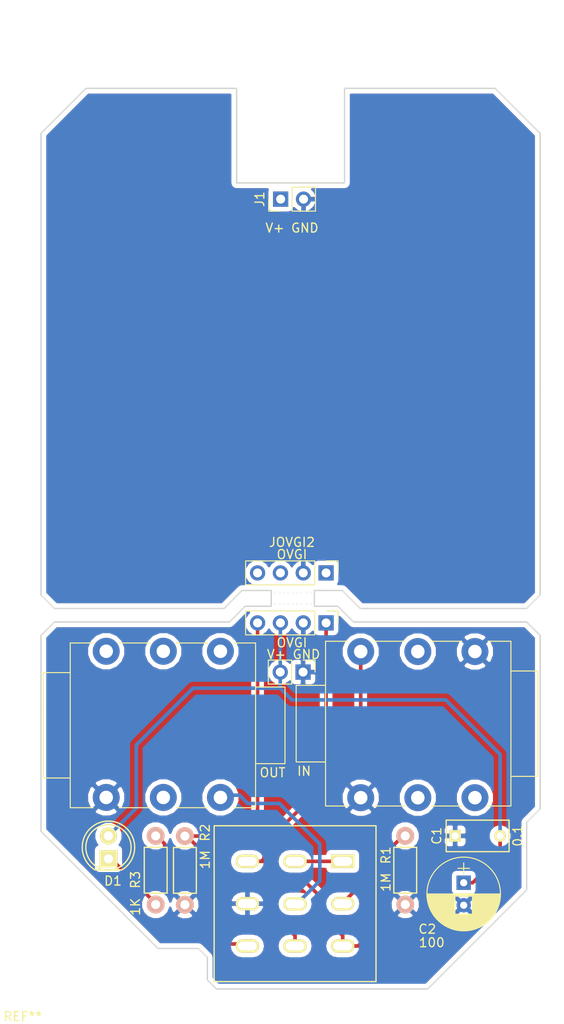
<source format=kicad_pcb>
(kicad_pcb (version 20211014) (generator pcbnew)
  (layers (0 "F.Cu" signal) (31 "B.Cu" signal) (34 "B.Paste" user) (35 "F.Paste" user) (36 "B.SilkS" user "B.Silkscreen") (37 "F.SilkS" user "F.Silkscreen") (38 "B.Mask" user) (39 "F.Mask" user) (44 "Edge.Cuts" user))
  (net 0 "")
  (net 1 "GND")
  (net 2 "+9V")
  (net 3 "Net-(D1-Pad1)")
  (net 4 "Net-(J2-Pad2)")
  (net 5 "Net-(J3-Pad2)")
  (net 6 "Net-(R3-Pad2)")
  (net 7 "Net-(SW1-Pad1)")
  (net 8 "/O")
  (net 9 "/I")
  (footprint "KiCad Lib:3PDT-Footswitch" (layer "F.Cu") (at 143.25 142.525 180)
    (fp_text reference "SW1" hide)
    (fp_text value "SW_3PDT" hide)
    (fp_line (start -9 -8.65) (end 9 -8.65) (layer "F.SilkS") (width 0.15))
    (fp_line (start 9 -8.65) (end 9 8.65) (layer "F.SilkS") (width 0.15))
    (fp_line (start 9 8.65) (end -8.9 8.65) (layer "F.SilkS") (width 0.15))
    (fp_line (start -9 -8.65) (end -9 8.65) (layer "F.SilkS") (width 0.15))
    (pad "1" thru_hole rect locked (at -5.3 4.7 180) (size 2.6 1.5) (drill oval 2.1 1) (layers *.Cu *.Mask "F.SilkS") (net 7 "Net-(SW1-Pad1)"))
    (pad "2" thru_hole oval locked (at 0 4.7 180) (size 2.6 1.5) (drill oval 2.1 1) (layers *.Cu *.Mask "F.SilkS") (net 7 "Net-(SW1-Pad1)"))
    (pad "3" thru_hole oval locked (at 5.3 4.7 180) (size 2.6 1.5) (drill oval 2.1 1) (layers *.Cu *.Mask "F.SilkS") (net 9 "/I"))
    (pad "4" thru_hole oval locked (at -5.3 0 180) (size 2.6 1.5) (drill oval 2.1 1) (layers *.Cu *.Mask "F.SilkS") (net 4 "Net-(J2-Pad2)"))
    (pad "5" thru_hole oval locked (at 0 -0.025 180) (size 2.6 1.5) (drill oval 2.1 1) (layers *.Cu *.Mask "F.SilkS") (net 5 "Net-(J3-Pad2)"))
    (pad "6" thru_hole oval locked (at 5.3 0 180) (size 2.6 1.5) (drill oval 2.1 1) (layers *.Cu *.Mask "F.SilkS") (net 1 "GND"))
    (pad "7" thru_hole oval locked (at -5.3 -4.7 180) (size 2.6 1.5) (drill oval 2.1 1) (layers *.Cu *.Mask "F.SilkS") (net 9 "/I"))
    (pad "8" thru_hole oval locked (at 0 -4.7 180) (size 2.6 1.5) (drill oval 2.1 1) (layers *.Cu *.Mask "F.SilkS") (net 8 "/O"))
    (pad "9" thru_hole oval locked (at 5.3 -4.7 180) (size 2.6 1.5) (drill oval 2.1 1) (layers *.Cu *.Mask "F.SilkS") (net 6 "Net-(R3-Pad2)"))
  )
  (footprint "Connectors:NMJ6HCD2" (layer "F.Cu") (at 122.25 130.73 90)
    (fp_text reference "J3" hide)
    (fp_text value "OUT" (at 2.75 18.5) (layer "F.SilkS"))
    (fp_line (start -1.14 16.61) (end 17.15 16.61) (layer "F.SilkS") (width 0.12))
    (fp_line (start 17.15 7.81) (end 17.15 11.24) (layer "F.SilkS") (width 0.12))
    (fp_line (start 12.26 16.64) (end 12.26 19.86) (layer "F.SilkS") (width 0.12))
    (fp_line (start -1.14 11.24) (end -1.14 7.81) (layer "F.SilkS") (width 0.12))
    (fp_line (start -1.14 -1.45) (end -1.14 -4) (layer "F.SilkS") (width 0.12))
    (fp_line (start 3.75 19.88) (end 12.23 19.88) (layer "F.SilkS") (width 0.12))
    (fp_line (start -1.14 16.61) (end -1.14 14.16) (layer "F.SilkS") (width 0.12))
    (fp_line (start 17.15 -4) (end 17.15 -1.45) (layer "F.SilkS") (width 0.12))
    (fp_line (start 17.15 1.46) (end 17.15 4.89) (layer "F.SilkS") (width 0.12))
    (fp_line (start 3.75 16.64) (end 3.75 19.86) (layer "F.SilkS") (width 0.12))
    (fp_line (start -1.14 4.89) (end -1.14 1.46) (layer "F.SilkS") (width 0.12))
    (fp_line (start 2.16 -7) (end 2.16 -4) (layer "F.SilkS") (width 0.12))
    (fp_line (start 17.15 16.61) (end 17.15 14.16) (layer "F.SilkS") (width 0.12))
    (fp_line (start 2.16 -7) (end 13.86 -7) (layer "F.SilkS") (width 0.12))
    (fp_line (start -1.14 -4) (end 17.15 -4) (layer "F.SilkS") (width 0.12))
    (fp_line (start 13.86 -7) (end 13.86 -4) (layer "F.SilkS") (width 0.12))
    (pad "1" thru_hole circle locked (at 0 0 90) (size 3 3) (drill 1.5) (layers *.Cu *.Mask) (net 1 "GND"))
    (pad "2" thru_hole circle locked (at 0 12.7 90) (size 3 3) (drill 1.5) (layers *.Cu *.Mask) (net 5 "Net-(J3-Pad2)"))
    (pad "3" thru_hole circle locked (at 0 6.35 90) (size 3 3) (drill 1.5) (layers *.Cu *.Mask))
    (pad "4" thru_hole circle locked (at 16.23 0 90) (size 3 3) (drill 1.5) (layers *.Cu *.Mask))
    (pad "5" thru_hole circle locked (at 16.23 12.7 90) (size 3 3) (drill 1.5) (layers *.Cu *.Mask))
    (pad "6" thru_hole circle locked (at 16.23 6.35 90) (size 3 3) (drill 1.5) (layers *.Cu *.Mask))
  )
  (footprint "Pin_Headers:Pin_Header_Straight_1x02_Pitch2.54mm" (layer "F.Cu") (at 141.65 64.3 90)
    (fp_text reference "J1" (at 0 -2.33 90) (layer "F.SilkS"))
    (fp_text value "V+ GND" (at -3.2 1.26 180) (layer "F.SilkS"))
    (fp_line (start 1.33 1.27) (end 1.33 3.87) (layer "F.SilkS") (width 0.12))
    (fp_line (start -1.33 -1.33) (end 0 -1.33) (layer "F.SilkS") (width 0.12))
    (fp_line (start -1.33 1.27) (end 1.33 1.27) (layer "F.SilkS") (width 0.12))
    (fp_line (start -1.33 1.27) (end -1.33 3.87) (layer "F.SilkS") (width 0.12))
    (fp_line (start -1.33 0) (end -1.33 -1.33) (layer "F.SilkS") (width 0.12))
    (fp_line (start -1.33 3.87) (end 1.33 3.87) (layer "F.SilkS") (width 0.12))
    (pad "1" thru_hole rect locked (at 0 0 90) (size 1.7 1.7) (drill 1) (layers *.Cu *.Mask) (net 2 "+9V"))
    (pad "2" thru_hole oval locked (at 0 2.54 90) (size 1.7 1.7) (drill 1) (layers *.Cu *.Mask) (net 1 "GND"))
  )
  (footprint "Pin_Headers:Pin_Header_Straight_1x04_Pitch2.54mm" (layer "F.Cu") (at 146.7 111.35 -90)
    (fp_text reference "JOVGI1" hide)
    (fp_text value "OVGI" (at 2.2 3.8) (layer "F.SilkS"))
    (fp_line (start -1.33 -1.33) (end 0 -1.33) (layer "F.SilkS") (width 0.12))
    (fp_line (start -1.33 1.27) (end -1.33 8.95) (layer "F.SilkS") (width 0.12))
    (fp_line (start 1.33 1.27) (end 1.33 8.95) (layer "F.SilkS") (width 0.12))
    (fp_line (start -1.33 0) (end -1.33 -1.33) (layer "F.SilkS") (width 0.12))
    (fp_line (start -1.33 8.95) (end 1.33 8.95) (layer "F.SilkS") (width 0.12))
    (fp_line (start -1.33 1.27) (end 1.33 1.27) (layer "F.SilkS") (width 0.12))
    (pad "1" thru_hole rect locked (at 0 0 270) (size 1.7 1.7) (drill 1) (layers *.Cu *.Mask) (net 9 "/I"))
    (pad "2" thru_hole oval locked (at 0 2.54 270) (size 1.7 1.7) (drill 1) (layers *.Cu *.Mask) (net 1 "GND"))
    (pad "3" thru_hole oval locked (at 0 5.08 270) (size 1.7 1.7) (drill 1) (layers *.Cu *.Mask) (net 2 "+9V"))
    (pad "4" thru_hole oval locked (at 0 7.62 270) (size 1.7 1.7) (drill 1) (layers *.Cu *.Mask) (net 8 "/O"))
  )
  (footprint "Pin_Headers:Pin_Header_Straight_1x04_Pitch2.54mm" (layer "F.Cu") (at 146.7 105.8 -90)
    (fp_text reference "JOVGI2" (at -3.4 3.8) (layer "F.SilkS"))
    (fp_text value "OVGI" (at -2.05 3.8) (layer "F.SilkS"))
    (fp_line (start 1.33 1.27) (end 1.33 8.95) (layer "F.SilkS") (width 0.12))
    (fp_line (start -1.33 8.95) (end 1.33 8.95) (layer "F.SilkS") (width 0.12))
    (fp_line (start -1.33 -1.33) (end 0 -1.33) (layer "F.SilkS") (width 0.12))
    (fp_line (start -1.33 0) (end -1.33 -1.33) (layer "F.SilkS") (width 0.12))
    (fp_line (start -1.33 1.27) (end 1.33 1.27) (layer "F.SilkS") (width 0.12))
    (fp_line (start -1.33 1.27) (end -1.33 8.95) (layer "F.SilkS") (width 0.12))
    (pad "1" thru_hole rect locked (at 0 0 270) (size 1.7 1.7) (drill 1) (layers *.Cu *.Mask) (net 9 "/I"))
    (pad "2" thru_hole oval locked (at 0 2.54 270) (size 1.7 1.7) (drill 1) (layers *.Cu *.Mask) (net 1 "GND"))
    (pad "3" thru_hole oval locked (at 0 5.08 270) (size 1.7 1.7) (drill 1) (layers *.Cu *.Mask) (net 2 "+9V"))
    (pad "4" thru_hole oval locked (at 0 7.62 270) (size 1.7 1.7) (drill 1) (layers *.Cu *.Mask) (net 8 "/O"))
  )
  (footprint "Capacitors_THT:CP_Radial_D8.0mm_P2.50mm" (layer "F.Cu") (at 162 140.2 -90)
    (fp_text reference "C2" (at 5.15 4.05) (layer "F.SilkS"))
    (fp_text value "100" (at 6.65 3.55) (layer "F.SilkS"))
    (fp_line (start 1.57 -4.038) (end 1.57 -0.98) (layer "F.SilkS") (width 0.12))
    (fp_line (start 2.691 0.98) (end 2.691 3.789) (layer "F.SilkS") (width 0.12))
    (fp_line (start 2.051 -3.971) (end 2.051 -0.98) (layer "F.SilkS") (width 0.12))
    (fp_line (start 4.411 -2.557) (end 4.411 2.557) (layer "F.SilkS") (width 0.12))
    (fp_line (start 2.091 0.98) (end 2.091 3.963) (layer "F.SilkS") (width 0.12))
    (fp_line (start 1.971 -3.987) (end 1.971 -0.98) (layer "F.SilkS") (width 0.12))
    (fp_line (start 3.171 0.98) (end 3.171 3.572) (layer "F.SilkS") (width 0.12))
    (fp_line (start 3.131 0.98) (end 3.131 3.593) (layer "F.SilkS") (width 0.12))
    (fp_line (start 3.291 0.98) (end 3.291 3.505) (layer "F.SilkS") (width 0.12))
    (fp_line (start 5.171 -1.127) (end 5.171 1.127) (layer "F.SilkS") (width 0.12))
    (fp_line (start 3.611 -3.301) (end 3.611 3.301) (layer "F.SilkS") (width 0.12))
    (fp_line (start -1.6 -0.65) (end -1.6 0.65) (layer "F.SilkS") (width 0.12))
    (fp_line (start 2.571 0.98) (end 2.571 3.832) (layer "F.SilkS") (width 0.12))
    (fp_line (start 4.491 -2.457) (end 4.491 2.457) (layer "F.SilkS") (width 0.12))
    (fp_line (start 2.171 -3.946) (end 2.171 -0.98) (layer "F.SilkS") (width 0.12))
    (fp_line (start 4.691 -2.173) (end 4.691 2.173) (layer "F.SilkS") (width 0.12))
    (fp_line (start 4.971 -1.66) (end 4.971 1.66) (layer "F.SilkS") (width 0.12))
    (fp_line (start 2.491 -3.858) (end 2.491 -0.98) (layer "F.SilkS") (width 0.12))
    (fp_line (start 2.411 0.98) (end 2.411 3.883) (layer "F.SilkS") (width 0.12))
    (fp_line (start 3.251 -3.528) (end 3.251 -0.98) (layer "F.SilkS") (width 0.12))
    (fp_line (start 4.011 -2.979) (end 4.011 2.979) (layer "F.SilkS") (width 0.12))
    (fp_line (start 1.41 -4.047) (end 1.41 4.047) (layer "F.SilkS") (width 0.12))
    (fp_line (start 3.451 0.98) (end 3.451 3.408) (layer "F.SilkS") (width 0.12))
    (fp_line (start 1.25 -4.05) (end 1.25 4.05) (layer "F.SilkS") (width 0.12))
    (fp_line (start 2.011 -3.979) (end 2.011 -0.98) (layer "F.SilkS") (width 0.12))
    (fp_line (start 4.171 -2.824) (end 4.171 2.824) (layer "F.SilkS") (width 0.12))
    (fp_line (start 2.731 0.98) (end 2.731 3.773) (layer "F.SilkS") (width 0.12))
    (fp_line (start 2.931 -3.69) (end 2.931 -0.98) (layer "F.SilkS") (width 0.12))
    (fp_line (start 1.65 -4.031) (end 1.65 -0.98) (layer "F.SilkS") (width 0.12))
    (fp_line (start 4.331 -2.652) (end 4.331 2.652) (layer "F.SilkS") (width 0.12))
    (fp_line (start 1.73 -4.022) (end 1.73 -0.98) (layer "F.SilkS") (width 0.12))
    (fp_line (start 3.091 0.98) (end 3.091 3.613) (layer "F.SilkS") (width 0.12))
    (fp_line (start 1.85 0.98) (end 1.85 4.006) (layer "F.SilkS") (width 0.12))
    (fp_line (start 4.891 -1.826) (end 4.891 1.826) (layer "F.SilkS") (width 0.12))
    (fp_line (start 3.011 0.98) (end 3.011 3.652) (layer "F.SilkS") (width 0.12))
    (fp_line (start 3.291 -3.505) (end 3.291 -0.98) (layer "F.SilkS") (width 0.12))
    (fp_line (start 2.411 -3.883) (end 2.411 -0.98) (layer "F.SilkS") (width 0.12))
    (fp_line (start 2.931 0.98) (end 2.931 3.69) (layer "F.SilkS") (width 0.12))
    (fp_line (start 3.091 -3.613) (end 3.091 -0.98) (layer "F.SilkS") (width 0.12))
    (fp_line (start 4.131 -2.865) (end 4.131 2.865) (layer "F.SilkS") (width 0.12))
    (fp_line (start 3.331 0.98) (end 3.331 3.482) (layer "F.SilkS") (width 0.12))
    (fp_line (start 4.211 -2.783) (end 4.211 2.783) (layer "F.SilkS") (width 0.12))
    (fp_line (start 1.65 0.98) (end 1.65 4.031) (layer "F.SilkS") (width 0.12))
    (fp_line (start 5.251 -0.814) (end 5.251 0.814) (layer "F.SilkS") (width 0.12))
    (fp_line (start 5.131 -1.254) (end 5.131 1.254) (layer "F.SilkS") (width 0.12))
    (fp_line (start 4.451 -2.508) (end 4.451 2.508) (layer "F.SilkS") (width 0.12))
    (fp_line (start 2.611 0.98) (end 2.611 3.818) (layer "F.SilkS") (width 0.12))
    (fp_line (start 2.331 0.98) (end 2.331 3.905) (layer "F.SilkS") (width 0.12))
    (fp_line (start 4.771 -2.043) (end 4.771 2.043) (layer "F.SilkS") (width 0.12))
    (fp_line (start 1.37 -4.049) (end 1.37 4.049) (layer "F.SilkS") (width 0.12))
    (fp_line (start 1.77 0.98) (end 1.77 4.017) (layer "F.SilkS") (width 0.12))
    (fp_line (start 3.211 -3.55) (end 3.211 -0.98) (layer "F.SilkS") (width 0.12))
    (fp_line (start 2.131 -3.955) (end 2.131 -0.98) (layer "F.SilkS") (width 0.12))
    (fp_line (start 3.691 -3.243) (end 3.691 3.243) (layer "F.SilkS") (width 0.12))
    (fp_line (start 4.251 -2.74) (end 4.251 2.74) (layer "F.SilkS") (width 0.12))
    (fp_line (start 2.251 0.98) (end 2.251 3.926) (layer "F.SilkS") (width 0.12))
    (fp_line (start 4.651 -2.234) (end 4.651 2.234) (layer "F.SilkS") (width 0.12))
    (fp_line (start 3.531 -3.356) (end 3.531 3.356) (layer "F.SilkS") (width 0.12))
    (fp_line (start 1.971 0.98) (end 1.971 3.987) (layer "F.SilkS") (width 0.12))
    (fp_line (start 3.131 -3.593) (end 3.131 -0.98) (layer "F.SilkS") (width 0.12))
    (fp_line (start 1.89 -4) (end 1.89 -0.98) (layer "F.SilkS") (width 0.12))
    (fp_line (start 1.57 0.98) (end 1.57 4.038) (layer "F.SilkS") (width 0.12))
    (fp_line (start 1.33 -4.05) (end 1.33 4.05) (layer "F.SilkS") (width 0.12))
    (fp_line (start 1.49 -4.043) (end 1.49 4.043) (layer "F.SilkS") (width 0.12))
    (fp_line (start 3.371 0.98) (end 3.371 3.458) (layer "F.SilkS") (width 0.12))
    (fp_line (start 3.811 -3.15) (end 3.811 3.15) (layer "F.SilkS") (width 0.12))
    (fp_line (start 4.371 -2.605) (end 4.371 2.605) (layer "F.SilkS") (width 0.12))
    (fp_line (start 4.731 -2.109) (end 4.731 2.109) (layer "F.SilkS") (width 0.12))
    (fp_line (start 1.81 0.98) (end 1.81 4.012) (layer "F.SilkS") (width 0.12))
    (fp_line (start 2.051 0.98) (end 2.051 3.971) (layer "F.SilkS") (width 0.12))
    (fp_line (start 3.931 -3.05) (end 3.931 3.05) (layer "F.SilkS") (width 0.12))
    (fp_line (start 1.53 -4.041) (end 1.53 -0.98) (layer "F.SilkS") (width 0.12))
    (fp_line (start 2.851 0.98) (end 2.851 3.725) (layer "F.SilkS") (width 0.12))
    (fp_line (start 2.971 0.98) (end 2.971 3.671) (layer "F.SilkS") (width 0.12))
    (fp_line (start 3.011 -3.652) (end 3.011 -0.98) (layer "F.SilkS") (width 0.12))
    (fp_line (start 2.651 0.98) (end 2.651 3.803) (layer "F.SilkS") (width 0.12))
    (fp_line (start 4.531 -2.404) (end 4.531 2.404) (layer "F.SilkS") (width 0.12))
    (fp_line (start 1.93 -3.994) (end 1.93 -0.98) (layer "F.SilkS") (width 0.12))
    (fp_line (start 2.371 0.98) (end 2.371 3.894) (layer "F.SilkS") (width 0.12))
    (fp_line (start 4.611 -2.293) (end 4.611 2.293) (layer "F.SilkS") (width 0.12))
    (fp_line (start 1.73 0.98) (end 1.73 4.022) (layer "F.SilkS") (width 0.12))
    (fp_line (start 2.211 0.98) (end 2.211 3.936) (layer "F.SilkS") (width 0.12))
    (fp_line (start 2.531 0.98) (end 2.531 3.845) (layer "F.SilkS") (width 0.12))
    (fp_line (start 5.051 -1.473) (end 5.051 1.473) (layer "F.SilkS") (width 0.12))
    (fp_line (start 3.891 -3.084) (end 3.891 3.084) (layer "F.SilkS") (width 0.12))
    (fp_line (start 2.771 -3.758) (end 2.771 -0.98) (layer "F.SilkS") (width 0.12))
    (fp_line (start 4.091 -2.904) (end 4.091 2.904) (layer "F.SilkS") (width 0.12))
    (fp_line (start 2.291 -3.916) (end 2.291 -0.98) (layer "F.SilkS") (width 0.12))
    (fp_line (start 3.451 -3.408) (end 3.451 -0.98) (layer "F.SilkS") (width 0.12))
    (fp_line (start 3.211 0.98) (end 3.211 3.55) (layer "F.SilkS") (width 0.12))
    (fp_line (start 3.651 -3.272) (end 3.651 3.272) (layer "F.SilkS") (width 0.12))
    (fp_line (start 1.61 -4.035) (end 1.61 -0.98) (layer "F.SilkS") (width 0.12))
    (fp_line (start 5.291 -0.598) (end 5.291 0.598) (layer "F.SilkS") (width 0.12))
    (fp_line (start 2.491 0.98) (end 2.491 3.858) (layer "F.SilkS") (width 0.12))
    (fp_line (start 2.851 -3.725) (end 2.851 -0.98) (layer "F.SilkS") (width 0.12))
    (fp_line (start 3.571 -3.329) (end 3.571 3.329) (layer "F.SilkS") (width 0.12))
    (fp_line (start 1.29 -4.05) (end 1.29 4.05) (layer "F.SilkS") (width 0.12))
    (fp_line (start 3.851 -3.118) (end 3.851 3.118) (layer "F.SilkS") (width 0.12))
    (fp_line (start 3.731 -3.213) (end 3.731 3.213) (layer "F.SilkS") (width 0.12))
    (fp_line (start 2.891 0.98) (end 2.891 3.707) (layer "F.SilkS") (width 0.12))
    (fp_line (start 2.331 -3.905) (end 2.331 -0.98) (layer "F.SilkS") (width 0.12))
    (fp_line (start 2.291 0.98) (end 2.291 3.916) (layer "F.SilkS") (width 0.12))
    (fp_line (start 3.251 0.98) (end 3.251 3.528) (layer "F.SilkS") (width 0.12))
    (fp_line (start 5.331 -0.246) (end 5.331 0.246) (layer "F.SilkS") (width 0.12))
    (fp_line (start 2.611 -3.818) (end 2.611 -0.98) (layer "F.SilkS") (width 0.12))
    (fp_line (start 2.571 -3.832) (end 2.571 -0.98) (layer "F.SilkS") (width 0.12))
    (fp_line (start 5.011 -1.57) (end 5.011 1.57) (layer "F.SilkS") (width 0.12))
    (fp_line (start 2.531 -3.845) (end 2.531 -0.98) (layer "F.SilkS") (width 0.12))
    (fp_line (start 2.771 0.98) (end 2.771 3.758) (layer "F.SilkS") (width 0.12))
    (fp_line (start 3.411 -3.434) (end 3.411 -0.98) (layer "F.SilkS") (width 0.12))
    (fp_line (start 5.211 -0.983) (end 5.211 0.983) (layer "F.SilkS") (width 0.12))
    (fp_line (start 4.291 -2.697) (end 4.291 2.697) (layer "F.SilkS") (width 0.12))
    (fp_line (start 2.451 0.98) (end 2.451 3.87) (layer "F.SilkS") (width 0.12))
    (fp_line (start 5.091 -1.369) (end 5.091 1.369) (layer "F.SilkS") (width 0.12))
    (fp_line (start 4.931 -1.745) (end 4.931 1.745) (layer "F.SilkS") (width 0.12))
    (fp_line (start 1.77 -4.017) (end 1.77 -0.98) (layer "F.SilkS") (width 0.12))
    (fp_line (start 2.171 0.98) (end 2.171 3.946) (layer "F.SilkS") (width 0.12))
    (fp_line (start 1.45 -4.046) (end 1.45 4.046) (layer "F.SilkS") (width 0.12))
    (fp_line (start 3.491 -3.383) (end 3.491 3.383) (layer "F.SilkS") (width 0.12))
    (fp_line (start 3.051 0.98) (end 3.051 3.633) (layer "F.SilkS") (width 0.12))
    (fp_line (start 1.61 0.98) (end 1.61 4.035) (layer "F.SilkS") (width 0.12))
    (fp_line (start 2.131 0.98) (end 2.131 3.955) (layer "F.SilkS") (width 0.12))
    (fp_line (start 2.251 -3.926) (end 2.251 -0.98) (layer "F.SilkS") (width 0.12))
    (fp_line (start 2.451 -3.87) (end 2.451 -0.98) (layer "F.SilkS") (width 0.12))
    (fp_line (start -2.2 0) (end -1 0) (layer "F.SilkS") (width 0.12))
    (fp_line (start 2.211 -3.936) (end 2.211 -0.98) (layer "F.SilkS") (width 0.12))
    (fp_line (start 4.851 -1.902) (end 4.851 1.902) (layer "F.SilkS") (width 0.12))
    (fp_line (start 3.371 -3.458) (end 3.371 -0.98) (layer "F.SilkS") (width 0.12))
    (fp_line (start 1.89 0.98) (end 1.89 4) (layer "F.SilkS") (width 0.12))
    (fp_line (start 1.53 0.98) (end 1.53 4.041) (layer "F.SilkS") (width 0.12))
    (fp_line (start 3.171 -3.572) (end 3.171 -0.98) (layer "F.SilkS") (width 0.12))
    (fp_line (start 3.331 -3.482) (end 3.331 -0.98) (layer "F.SilkS") (width 0.12))
    (fp_line (start 2.091 -3.963) (end 2.091 -0.98) (layer "F.SilkS") (width 0.12))
    (fp_line (start 2.011 0.98) (end 2.011 3.979) (layer "F.SilkS") (width 0.12))
    (fp_line (start 1.85 -4.006) (end 1.85 -0.98) (layer "F.SilkS") (width 0.12))
    (fp_line (start 1.93 0.98) (end 1.93 3.994) (layer "F.SilkS") (width 0.12))
    (fp_line (start 4.051 -2.942) (end 4.051 2.942) (layer "F.SilkS") (width 0.12))
    (fp_line (start 1.69 0.98) (end 1.69 4.027) (layer "F.SilkS") (width 0.12))
    (fp_line (start 2.691 -3.789) (end 2.691 -0.98) (layer "F.SilkS") (width 0.12))
    (fp_line (start 2.891 -3.707) (end 2.891 -0.98) (layer "F.SilkS") (width 0.12))
    (fp_line (start 2.731 -3.773) (end 2.731 -0.98) (layer "F.SilkS") (width 0.12))
    (fp_line (start 3.051 -3.633) (end 3.051 -0.98) (layer "F.SilkS") (width 0.12))
    (fp_line (start 2.811 0.98) (end 2.811 3.741) (layer "F.SilkS") (width 0.12))
    (fp_line (start 2.971 -3.671) (end 2.971 -0.98) (layer "F.SilkS") (width 0.12))
    (fp_line (start 2.811 -3.741) (end 2.811 -0.98) (layer "F.SilkS") (width 0.12))
    (fp_line (start 3.411 0.98) (end 3.411 3.434) (layer "F.SilkS") (width 0.12))
    (fp_line (start 4.571 -2.349) (end 4.571 2.349) (layer "F.SilkS") (width 0.12))
    (fp_line (start 2.651 -3.803) (end 2.651 -0.98) (layer "F.SilkS") (width 0.12))
    (fp_line (start 1.69 -4.027) (end 1.69 -0.98) (layer "F.SilkS") (width 0.12))
    (fp_line (start 4.811 -1.974) (end 4.811 1.974) (layer "F.SilkS") (width 0.12))
    (fp_line (start 3.971 -3.015) (end 3.971 3.015) (layer "F.SilkS") (width 0.12))
    (fp_line (start 3.771 -3.182) (end 3.771 3.182) (layer "F.SilkS") (width 0.12))
    (fp_line (start 1.81 -4.012) (end 1.81 -0.98) (layer "F.SilkS") (width 0.12))
    (fp_line (start 2.371 -3.894) (end 2.371 -0.98) (layer "F.SilkS") (width 0.12))
    (fp_circle (center 1.25 0) (end 5.34 0) (layer "F.SilkS") (width 0.12) (fill none))
    (pad "1" thru_hole rect locked (at 0 0 270) (size 1.6 1.6) (drill 0.8) (layers *.Cu *.Mask) (net 2 "+9V"))
    (pad "2" thru_hole circle locked (at 2.5 0 270) (size 1.6 1.6) (drill 0.8) (layers *.Cu *.Mask) (net 1 "GND"))
  )
  (footprint "LEDs:LED-5MM" (layer "F.Cu") (at 122.5 137.54 90)
    (fp_text reference "D1" (at -2.46 0.5) (layer "F.SilkS"))
    (fp_text value "LED" hide)
    (fp_line (start -1.23 1.5) (end -1.23 -1.5) (layer "F.SilkS") (width 0.15))
    (fp_arc (start -1.23 -1.5) (mid 4.18544 -0.014565) (end -1.214888 1.524904) (layer "F.SilkS") (width 0.15))
    (fp_circle (center 1.27 0) (end 0.97 -2.5) (layer "F.SilkS") (width 0.15) (fill none))
    (pad "1" thru_hole rect locked (at 0 0 180) (size 2 1.9) (drill 1.00076) (layers *.Cu *.Mask "F.SilkS") (net 3 "Net-(D1-Pad1)"))
    (pad "2" thru_hole circle locked (at 2.54 0 90) (size 1.9 1.9) (drill 1.00076) (layers *.Cu *.Mask "F.SilkS") (net 2 "+9V"))
  )
  (footprint "Resistors_ThroughHole:Resistor_Horizontal_RM7mm" (layer "F.Cu") (at 155.5 135 -90)
    (fp_text reference "R1" (at 2.15 2.15 -90) (layer "F.SilkS"))
    (fp_text value "1M" (at 5.15 2.15 90) (layer "F.SilkS"))
    (fp_line (start 1.27 1.27) (end 1.27 -1.27) (layer "F.SilkS") (width 0.15))
    (fp_line (start 1.27 -1.27) (end 6.35 -1.27) (layer "F.SilkS") (width 0.15))
    (fp_line (start 6.35 1.27) (end 1.27 1.27) (layer "F.SilkS") (width 0.15))
    (fp_line (start 6.35 -1.27) (end 6.35 1.27) (layer "F.SilkS") (width 0.15))
    (pad "1" thru_hole circle locked (at 0 0 270) (size 1.99898 1.99898) (drill 1.00076) (layers *.Cu *.SilkS *.Mask) (net 9 "/I"))
    (pad "2" thru_hole circle locked (at 7.62 0 270) (size 1.99898 1.99898) (drill 1.00076) (layers *.Cu *.SilkS *.Mask) (net 1 "GND"))
  )
  (footprint "Resistors_ThroughHole:Resistor_Horizontal_RM7mm" (layer "F.Cu") (at 131 135.02 -90)
    (fp_text reference "R2" (at -0.38 -2.25 -90) (layer "F.SilkS"))
    (fp_text value "1M" (at 2.62 -2.25 -90) (layer "F.SilkS"))
    (fp_line (start 1.27 1.27) (end 1.27 -1.27) (layer "F.SilkS") (width 0.15))
    (fp_line (start 6.35 1.27) (end 1.27 1.27) (layer "F.SilkS") (width 0.15))
    (fp_line (start 1.27 -1.27) (end 6.35 -1.27) (layer "F.SilkS") (width 0.15))
    (fp_line (start 6.35 -1.27) (end 6.35 1.27) (layer "F.SilkS") (width 0.15))
    (pad "1" thru_hole circle locked (at 0 0 270) (size 1.99898 1.99898) (drill 1.00076) (layers *.Cu *.SilkS *.Mask) (net 8 "/O"))
    (pad "2" thru_hole circle locked (at 7.62 0 270) (size 1.99898 1.99898) (drill 1.00076) (layers *.Cu *.SilkS *.Mask) (net 1 "GND"))
  )
  (footprint "Resistors_ThroughHole:Resistor_Horizontal_RM7mm" (layer "F.Cu") (at 127.75 142.62 90)
    (fp_text reference "R3" (at 2.75 -2.25 90) (layer "F.SilkS"))
    (fp_text value "1K" (at -0.25 -2.25 90) (layer "F.SilkS"))
    (fp_line (start 1.27 1.27) (end 1.27 -1.27) (layer "F.SilkS") (width 0.15))
    (fp_line (start 6.35 -1.27) (end 6.35 1.27) (layer "F.SilkS") (width 0.15))
    (fp_line (start 1.27 -1.27) (end 6.35 -1.27) (layer "F.SilkS") (width 0.15))
    (fp_line (start 6.35 1.27) (end 1.27 1.27) (layer "F.SilkS") (width 0.15))
    (pad "1" thru_hole circle locked (at 0 0 90) (size 1.99898 1.99898) (drill 1.00076) (layers *.Cu *.SilkS *.Mask) (net 3 "Net-(D1-Pad1)"))
    (pad "2" thru_hole circle locked (at 7.62 0 90) (size 1.99898 1.99898) (drill 1.00076) (layers *.Cu *.SilkS *.Mask) (net 6 "Net-(R3-Pad2)"))
  )
  (footprint "Capacitors_ThroughHole:C_Rect_L7_W3.5_P5" (layer "F.Cu") (at 161.05 135)
    (fp_text reference "C1" (at -2.05 0 90) (layer "F.SilkS"))
    (fp_text value "0.1" (at 6.95 0 90) (layer "F.SilkS"))
    (fp_line (start 6 -1.75) (end 6 1.75) (layer "F.SilkS") (width 0.15))
    (fp_line (start -1 1.75) (end -1 -1.75) (layer "F.SilkS") (width 0.15))
    (fp_line (start 6 1.75) (end -1 1.75) (layer "F.SilkS") (width 0.15))
    (fp_line (start -1 -1.75) (end 6 -1.75) (layer "F.SilkS") (width 0.15))
    (pad "1" thru_hole rect locked (at 0 0) (size 1.3 1.3) (drill 0.8) (layers *.Cu *.Mask "F.SilkS") (net 1 "GND"))
    (pad "2" thru_hole circle locked (at 5 0) (size 1.3 1.3) (drill 0.8) (layers *.Cu *.Mask "F.SilkS") (net 2 "+9V"))
  )
  (footprint "KiCad Lib:mousebites" (layer "F.Cu") (at 143 110)
    (fp_text reference "REF**" hide)
    (fp_text value "mousebites" hide)
    (pad "" thru_hole circle locked (at -1.5 -2) (size 0.2 0.2) (drill 0.2) (layers *.Cu *.Mask))
    (pad "" thru_hole circle locked (at 2 -2) (size 0.2 0.2) (drill 0.2) (layers *.Cu *.Mask))
    (pad "" thru_hole circle locked (at 1 -2) (size 0.2 0.2) (drill 0.2) (layers *.Cu *.Mask))
    (pad "" thru_hole circle locked (at -0.5 -2) (size 0.2 0.2) (drill 0.2) (layers *.Cu *.Mask))
    (pad "" thru_hole circle locked (at 1.5 -2) (size 0.2 0.2) (drill 0.2) (layers *.Cu *.Mask))
    (pad "" thru_hole circle locked (at -1 -2) (size 0.2 0.2) (drill 0.2) (layers *.Cu *.Mask))
    (pad "" thru_hole circle locked (at -2 -2) (size 0.2 0.2) (drill 0.2) (layers *.Cu *.Mask))
    (pad "" thru_hole circle locked (at 0.5 -2) (size 0.2 0.2) (drill 0.2) (layers *.Cu *.Mask))
    (pad "" thru_hole circle locked (at 0 -2) (size 0.2 0.2) (drill 0.2) (layers *.Cu *.Mask))
  )
  (footprint "KiCad Lib:mousebites" (layer "F.Cu") (at 143 111.25)
    (fp_text reference "REF**" hide)
    (fp_text value "mousebites" hide)
    (pad "" thru_hole circle locked (at -0.5 -2) (size 0.2 0.2) (drill 0.2) (layers *.Cu *.Mask))
    (pad "" thru_hole circle locked (at 0.5 -2) (size 0.2 0.2) (drill 0.2) (layers *.Cu *.Mask))
    (pad "" thru_hole circle locked (at -1 -2) (size 0.2 0.2) (drill 0.2) (layers *.Cu *.Mask))
    (pad "" thru_hole circle locked (at 1 -2) (size 0.2 0.2) (drill 0.2) (layers *.Cu *.Mask))
    (pad "" thru_hole circle locked (at -1.5 -2) (size 0.2 0.2) (drill 0.2) (layers *.Cu *.Mask))
    (pad "" thru_hole circle locked (at -2 -2) (size 0.2 0.2) (drill 0.2) (layers *.Cu *.Mask))
    (pad "" thru_hole circle locked (at 2 -2) (size 0.2 0.2) (drill 0.2) (layers *.Cu *.Mask))
    (pad "" thru_hole circle locked (at 0 -2) (size 0.2 0.2) (drill 0.2) (layers *.Cu *.Mask))
    (pad "" thru_hole circle locked (at 1.5 -2) (size 0.2 0.2) (drill 0.2) (layers *.Cu *.Mask))
  )
  (footprint "Pin_Headers:Pin_Header_Straight_1x02_Pitch2.54mm" (layer "F.Cu") (at 144.14 116.81 -90)
    (fp_text reference "J4" hide)
    (fp_text value "V+ GND" (at -1.96 1.06) (layer "F.SilkS"))
    (fp_line (start -1.33 0) (end -1.33 -1.33) (layer "F.SilkS") (width 0.12))
    (fp_line (start -1.33 -1.33) (end 0 -1.33) (layer "F.SilkS") (width 0.12))
    (fp_line (start -1.33 1.27) (end 1.33 1.27) (layer "F.SilkS") (width 0.12))
    (fp_line (start -1.33 3.87) (end 1.33 3.87) (layer "F.SilkS") (width 0.12))
    (fp_line (start -1.33 1.27) (end -1.33 3.87) (layer "F.SilkS") (width 0.12))
    (fp_line (start 1.33 1.27) (end 1.33 3.87) (layer "F.SilkS") (width 0.12))
    (pad "1" thru_hole rect locked (at 0 0 270) (size 1.7 1.7) (drill 1) (layers *.Cu *.Mask) (net 1 "GND"))
    (pad "2" thru_hole oval locked (at 0 2.54 270) (size 1.7 1.7) (drill 1) (layers *.Cu *.Mask) (net 2 "+9V"))
  )
  (footprint "Connectors:NMJ6HCD2" (layer "F.Cu") (at 163.25 114.53 -90)
    (fp_text reference "J2" hide)
    (fp_text value "IN" (at 13.28 19) (layer "F.SilkS"))
    (fp_line (start -1.14 11.24) (end -1.14 7.81) (layer "F.SilkS") (width 0.12))
    (fp_line (start 17.15 7.81) (end 17.15 11.24) (layer "F.SilkS") (width 0.12))
    (fp_line (start 17.15 16.61) (end 17.15 14.16) (layer "F.SilkS") (width 0.12))
    (fp_line (start 2.16 -7) (end 2.16 -4) (layer "F.SilkS") (width 0.12))
    (fp_line (start 2.16 -7) (end 13.86 -7) (layer "F.SilkS") (width 0.12))
    (fp_line (start 13.86 -7) (end 13.86 -4) (layer "F.SilkS") (width 0.12))
    (fp_line (start -1.14 -1.45) (end -1.14 -4) (layer "F.SilkS") (width 0.12))
    (fp_line (start -1.14 4.89) (end -1.14 1.46) (layer "F.SilkS") (width 0.12))
    (fp_line (start 17.15 1.46) (end 17.15 4.89) (layer "F.SilkS") (width 0.12))
    (fp_line (start -1.14 -4) (end 17.15 -4) (layer "F.SilkS") (width 0.12))
    (fp_line (start 17.15 -4) (end 17.15 -1.45) (layer "F.SilkS") (width 0.12))
    (fp_line (start -1.14 16.61) (end 17.15 16.61) (layer "F.SilkS") (width 0.12))
    (fp_line (start 3.75 19.88) (end 12.23 19.88) (layer "F.SilkS") (width 0.12))
    (fp_line (start -1.14 16.61) (end -1.14 14.16) (layer "F.SilkS") (width 0.12))
    (fp_line (start 3.75 16.64) (end 3.75 19.86) (layer "F.SilkS") (width 0.12))
    (fp_line (start 12.26 16.64) (end 12.26 19.86) (layer "F.SilkS") (width 0.12))
    (pad "1" thru_hole circle locked (at 0 0 270) (size 3 3) (drill 1.5) (layers *.Cu *.Mask) (net 1 "GND"))
    (pad "2" thru_hole circle locked (at 0 12.7 270) (size 3 3) (drill 1.5) (layers *.Cu *.Mask) (net 4 "Net-(J2-Pad2)"))
    (pad "3" thru_hole circle locked (at 0 6.35 270) (size 3 3) (drill 1.5) (layers *.Cu *.Mask))
    (pad "4" thru_hole circle locked (at 16.23 0 270) (size 3 3) (drill 1.5) (layers *.Cu *.Mask))
    (pad "5" thru_hole circle locked (at 16.23 12.7 270) (size 3 3) (drill 1.5) (layers *.Cu *.Mask) (net 1 "GND"))
    (pad "6" thru_hole circle locked (at 16.23 6.35 270) (size 3 3) (drill 1.5) (layers *.Cu *.Mask))
  )
  (footprint "KiCad Lib:1590B" (layer "F.Cu") (at 112.97 154.55)
    (fp_text reference "REF**" (at 0 0.5) (layer "F.SilkS"))
    (fp_text value "1590B")
  )
  (gr_line (start 145.4 107.75) (end 148.5 107.75) (layer "Edge.Cuts") (width 0.15))
  (gr_line (start 137.7 109.5) (end 140.6 109.5) (layer "Edge.Cuts") (width 0.15))
  (gr_line (start 116.5 109.75) (end 115 108.25) (layer "Edge.Cuts") (width 0.15))
  (gr_line (start 165.5 52) (end 170.5 57) (layer "Edge.Cuts") (width 0.15))
  (gr_line (start 140.6 107.75) (end 140.6 109.5) (layer "Edge.Cuts") (width 0.15))
  (gr_line (start 115 134.5) (end 115 121) (layer "Edge.Cuts") (width 0.15))
  (gr_line (start 115 57) (end 115 108.25) (layer "Edge.Cuts") (width 0.15))
  (gr_line (start 134.5 152) (end 158 152) (layer "Edge.Cuts") (width 0.15))
  (gr_line (start 170.5 85) (end 170.5 57) (layer "Edge.Cuts") (width 0.15))
  (gr_line (start 115 112.75) (end 115 121) (layer "Edge.Cuts") (width 0.15))
  (gr_line (start 116.5 109.75) (end 116.5 109.75) (layer "Edge.Cuts") (width 0.15))
  (gr_line (start 169 141) (end 158 152) (layer "Edge.Cuts") (width 0.15))
  (gr_line (start 169 109.75) (end 170.5 108.25) (layer "Edge.Cuts") (width 0.15))
  (gr_line (start 148 109.5) (end 149.75 111.25) (layer "Edge.Cuts") (width 0.15))
  (gr_line (start 116.5 111.25) (end 115 112.75) (layer "Edge.Cuts") (width 0.15))
  (gr_line (start 136.75 52) (end 136.75 62.5) (layer "Edge.Cuts") (width 0.15))
  (gr_line (start 128.5 147.5) (end 128 147.5) (layer "Edge.Cuts") (width 0.15))
  (gr_line (start 115 57) (end 120 52) (layer "Edge.Cuts") (width 0.15))
  (gr_line (start 135.35 109.75) (end 116.5 109.75) (layer "Edge.Cuts") (width 0.15))
  (gr_line (start 128 147.5) (end 127 146.5) (layer "Edge.Cuts") (width 0.15))
  (gr_line (start 145.4 107.75) (end 145.4 109.5) (layer "Edge.Cuts") (width 0.15))
  (gr_line (start 170.5 132) (end 170.5 112.75) (layer "Edge.Cuts") (width 0.15))
  (gr_line (start 137.35 107.75) (end 135.35 109.75) (layer "Edge.Cuts") (width 0.15))
  (gr_line (start 169 133.5) (end 169 141) (layer "Edge.Cuts") (width 0.15))
  (gr_line (start 145.4 109.5) (end 148 109.5) (layer "Edge.Cuts") (width 0.15))
  (gr_line (start 169 133.5) (end 170.5 132) (layer "Edge.Cuts") (width 0.15))
  (gr_line (start 148.75 62.5) (end 148.75 52) (layer "Edge.Cuts") (width 0.15))
  (gr_line (start 150.5 109.75) (end 169 109.75) (layer "Edge.Cuts") (width 0.15))
  (gr_line (start 117 111.25) (end 116.5 111.25) (layer "Edge.Cuts") (width 0.15))
  (gr_line (start 170.5 108.25) (end 170.5 85) (layer "Edge.Cuts") (width 0.15))
  (gr_line (start 133.5 151) (end 133.5 148.5) (layer "Edge.Cuts") (width 0.15))
  (gr_line (start 149.75 111.25) (end 164.75 111.25) (layer "Edge.Cuts") (width 0.15))
  (gr_line (start 136.75 62.5) (end 148.75 62.5) (layer "Edge.Cuts") (width 0.15))
  (gr_line (start 169 111.25) (end 164.75 111.25) (layer "Edge.Cuts") (width 0.15))
  (gr_line (start 170.5 112.75) (end 169 111.25) (layer "Edge.Cuts") (width 0.15))
  (gr_line (start 148.5 107.75) (end 150.5 109.75) (layer "Edge.Cuts") (width 0.15))
  (gr_line (start 137.35 107.75) (end 140.6 107.75) (layer "Edge.Cuts") (width 0.15))
  (gr_line (start 148.75 52) (end 165.5 52) (layer "Edge.Cuts") (width 0.15))
  (gr_line (start 127 146.5) (end 115 134.5) (layer "Edge.Cuts") (width 0.15))
  (gr_line (start 137.7 109.5) (end 135.95 111.25) (layer "Edge.Cuts") (width 0.15))
  (gr_line (start 133.5 148.5) (end 132.5 147.5) (layer "Edge.Cuts") (width 0.15))
  (gr_line (start 134.5 152) (end 133.5 151) (layer "Edge.Cuts") (width 0.15))
  (gr_line (start 136.75 52) (end 120 52) (layer "Edge.Cuts") (width 0.15))
  (gr_line (start 132.5 147.5) (end 128.5 147.5) (layer "Edge.Cuts") (width 0.15))
  (gr_line (start 135.95 111.25) (end 117 111.25) (layer "Edge.Cuts") (width 0.15))
  (segment (start 163 140.2) (end 166.05 137.15) (width 0.4) (layer "F.Cu") (net 2))
  (segment (start 166.05 135.919238) (end 166.05 135) (width 0.4) (layer "F.Cu") (net 2))
  (segment (start 162 140.2) (end 163 140.2) (width 0.4) (layer "F.Cu") (net 2))
  (segment (start 166.05 137.15) (end 166.05 135.919238) (width 0.4) (layer "F.Cu") (net 2))
  (segment (start 160 119.9) (end 166.05 125.95) (width 0.4) (layer "B.Cu") (net 2))
  (segment (start 141.6 118.6) (end 142.9 119.9) (width 0.4) (layer "B.Cu") (net 2))
  (segment (start 141.6 116.81) (end 141.6 118.1) (width 0.4) (layer "B.Cu") (net 2))
  (segment (start 141.62 112.552081) (end 141.6 112.572081) (width 0.4) (layer "B.Cu") (net 2))
  (segment (start 141.65 105.77) (end 141.62 105.8) (width 0.4) (layer "B.Cu") (net 2))
  (segment (start 141.6 112.572081) (end 141.6 118.1) (width 0.4) (layer "B.Cu") (net 2))
  (segment (start 141.6 118.1) (end 141.6 118.6) (width 0.4) (layer "B.Cu") (net 2))
  (segment (start 125.6 124.9) (end 125.6 131.9) (width 0.4) (layer "B.Cu") (net 2))
  (segment (start 141.62 111.35) (end 141.62 112.552081) (width 0.4) (layer "B.Cu") (net 2))
  (segment (start 131.9 118.6) (end 125.6 124.9) (width 0.4) (layer "B.Cu") (net 2))
  (segment (start 125.6 131.9) (end 122.5 135) (width 0.4) (layer "B.Cu") (net 2))
  (segment (start 166.05 125.95) (end 166.05 135) (width 0.4) (layer "B.Cu") (net 2))
  (segment (start 141.6 118.6) (end 131.9 118.6) (width 0.4) (layer "B.Cu") (net 2))
  (segment (start 142.9 119.9) (end 160 119.9) (width 0.4) (layer "B.Cu") (net 2))
  (segment (start 122.5 137.5) (end 122.75 137.5) (width 0.4) (layer "F.Cu") (net 3))
  (segment (start 126.750511 141.500511) (end 127.75 142.5) (width 0.4) (layer "F.Cu") (net 3))
  (segment (start 122.75 137.5) (end 126.750511 141.500511) (width 0.4) (layer "F.Cu") (net 3))
  (segment (start 149.275 142.525) (end 148.55 142.525) (width 0.4) (layer "F.Cu") (net 4))
  (segment (start 148.66 134.01) (end 147.48 132.83) (width 0.4) (layer "F.Cu") (net 4))
  (segment (start 147.48 132.83) (end 147.48 128.49) (width 0.4) (layer "F.Cu") (net 4))
  (segment (start 150.55 125.42) (end 150.55 114.53) (width 0.4) (layer "F.Cu") (net 4))
  (segment (start 147.48 128.49) (end 150.55 125.42) (width 0.4) (layer "F.Cu") (net 4))
  (segment (start 148.55 142.45) (end 151.5 139.5) (width 0.4) (layer "F.Cu") (net 4))
  (segment (start 151.5 139.5) (end 151.5 135.82) (width 0.4) (layer "F.Cu") (net 4))
  (segment (start 148.55 142.525) (end 148.55 142.45) (width 0.4) (layer "F.Cu") (net 4))
  (segment (start 151.5 135.82) (end 149.69 134.01) (width 0.4) (layer "F.Cu") (net 4))
  (segment (start 149.69 134.01) (end 148.66 134.01) (width 0.4) (layer "F.Cu") (net 4))
  (segment (start 134.95 130.48) (end 137.07132 130.48) (width 0.4) (layer "B.Cu") (net 5))
  (segment (start 137.99132 131.4) (end 141.5 131.4) (width 0.4) (layer "B.Cu") (net 5))
  (segment (start 137.07132 130.48) (end 137.99132 131.4) (width 0.4) (layer "B.Cu") (net 5))
  (segment (start 143.45 142.55) (end 143.25 142.55) (width 0.4) (layer "B.Cu") (net 5))
  (segment (start 146 135.9) (end 146 140) (width 0.4) (layer "B.Cu") (net 5))
  (segment (start 146 140) (end 143.45 142.55) (width 0.4) (layer "B.Cu") (net 5))
  (segment (start 141.5 131.4) (end 146 135.9) (width 0.4) (layer "B.Cu") (net 5))
  (segment (start 137.725 147) (end 137.95 147.225) (width 0.4) (layer "F.Cu") (net 6))
  (segment (start 134.2 145.1) (end 136.1 147) (width 0.4) (layer "F.Cu") (net 6))
  (segment (start 127.75 135) (end 127.87 135) (width 0.4) (layer "F.Cu") (net 6))
  (segment (start 127.87 135) (end 128.749489 135.879489) (width 0.4) (layer "F.Cu") (net 6))
  (segment (start 133.2 139.9) (end 134.2 140.9) (width 0.4) (layer "F.Cu") (net 6))
  (segment (start 128.749489 137.749489) (end 130.9 139.9) (width 0.4) (layer "F.Cu") (net 6))
  (segment (start 128.749489 135.879489) (end 128.749489 137.749489) (width 0.4) (layer "F.Cu") (net 6))
  (segment (start 136.1 147) (end 137.725 147) (width 0.4) (layer "F.Cu") (net 6))
  (segment (start 130.9 139.9) (end 133.2 139.9) (width 0.4) (layer "F.Cu") (net 6))
  (segment (start 134.2 140.9) (end 134.2 145.1) (width 0.4) (layer "F.Cu") (net 6))
  (segment (start 144.95 137.825) (end 148.55 137.825) (width 0.4) (layer "F.Cu") (net 7))
  (segment (start 143.25 137.825) (end 144.95 137.825) (width 0.4) (layer "F.Cu") (net 7))
  (segment (start 139.08 111.35) (end 139.08 132.92) (width 0.4) (layer "F.Cu") (net 8))
  (segment (start 143.25 146.075) (end 143.25 147.225) (width 0.4) (layer "F.Cu") (net 8))
  (segment (start 132.079489 135.879489) (end 136.4 140.2) (width 0.4) (layer "F.Cu") (net 8))
  (segment (start 136.4 140.2) (end 139.2 140.2) (width 0.4) (layer "F.Cu") (net 8))
  (segment (start 131 135.02) (end 131.22 135.02) (width 0.4) (layer "F.Cu") (net 8))
  (segment (start 139.08 132.92) (end 136.98 135.02) (width 0.4) (layer "F.Cu") (net 8))
  (segment (start 136.98 135.02) (end 131 135.02) (width 0.4) (layer "F.Cu") (net 8))
  (segment (start 140.6 141.6) (end 140.6 143.425) (width 0.4) (layer "F.Cu") (net 8))
  (segment (start 139.2 140.2) (end 140.6 141.6) (width 0.4) (layer "F.Cu") (net 8))
  (segment (start 140.6 143.425) (end 143.25 146.075) (width 0.4) (layer "F.Cu") (net 8))
  (segment (start 131.22 135.02) (end 132.079489 135.879489) (width 0.4) (layer "F.Cu") (net 8))
  (segment (start 145.9 143.425) (end 145.9 141.6) (width 0.4) (layer "F.Cu") (net 9))
  (segment (start 154 136.25) (end 155.5 134.75) (width 0.4) (layer "F.Cu") (net 9))
  (segment (start 137.95 137.825) (end 139.5 137.825) (width 0.4) (layer "F.Cu") (net 9))
  (segment (start 139.5 137.825) (end 139.8 137.525) (width 0.4) (layer "F.Cu") (net 9))
  (segment (start 148.55 146.075) (end 145.9 143.425) (width 0.4) (layer "F.Cu") (net 9))
  (segment (start 151.925 145.575) (end 152.5 145) (width 0.4) (layer "F.Cu") (net 9))
  (segment (start 151.9 145.575) (end 151.925 145.575) (width 0.4) (layer "F.Cu") (net 9))
  (segment (start 139.8 136) (end 145 130.8) (width 0.4) (layer "F.Cu") (net 9))
  (segment (start 148.55 147.225) (end 148.55 146.075) (width 0.4) (layer "F.Cu") (net 9))
  (segment (start 146.7 115.62) (end 146.7 122.94) (width 0.4) (layer "F.Cu") (net 9))
  (segment (start 148.55 147.225) (end 150.25 147.225) (width 0.4) (layer "F.Cu") (net 9))
  (segment (start 152.5 141.5) (end 154 140) (width 0.4) (layer "F.Cu") (net 9))
  (segment (start 145 130.8) (end 145 124.64) (width 0.4) (layer "F.Cu") (net 9))
  (segment (start 145.9 141.6) (end 144.4 140.1) (width 0.4) (layer "F.Cu") (net 9))
  (segment (start 140.5 139) (end 140.5 138.5) (width 0.4) (layer "F.Cu") (net 9))
  (segment (start 141.6 140.1) (end 140.5 139) (width 0.4) (layer "F.Cu") (net 9))
  (segment (start 152.5 145) (end 152.5 141.5) (width 0.4) (layer "F.Cu") (net 9))
  (segment (start 154 140) (end 154 136.25) (width 0.4) (layer "F.Cu") (net 9))
  (segment (start 140.5 138.5) (end 139.825 137.825) (width 0.4) (layer "F.Cu") (net 9))
  (segment (start 146.7 111.35) (end 146.7 115.62) (width 0.4) (layer "F.Cu") (net 9))
  (segment (start 139.825 137.825) (end 139.5 137.825) (width 0.4) (layer "F.Cu") (net 9))
  (segment (start 150.25 147.225) (end 151.9 145.575) (width 0.4) (layer "F.Cu") (net 9))
  (segment (start 139.8 137.525) (end 139.8 136) (width 0.4) (layer "F.Cu") (net 9))
  (segment (start 145 124.64) (end 146.7 122.94) (width 0.4) (layer "F.Cu") (net 9))
  (segment (start 144.4 140.1) (end 141.6 140.1) (width 0.4) (layer "F.Cu") (net 9))
  (zone (net 1) (net_name "GND") (layer "F.Cu") (connect_pads (clearance 0.508)) (min_thickness 0.254) (fill yes (thermal_gap 0.508) (thermal_bridge_width 0.508))
    (polygon (pts (xy 114.25 152.5) (xy 171.25 152.5) (xy 171.25 44.5) (xy 114.25 44.5)))
  )
  (zone (net 1) (net_name "GND") (layer "B.Cu") (connect_pads (clearance 0.508)) (min_thickness 0.254) (fill yes (thermal_gap 0.508) (thermal_bridge_width 0.508))
    (polygon (pts (xy 114.25 152.5) (xy 171.25 152.5) (xy 171.25 44.5) (xy 114.25 44.5)))
  )
)
</source>
